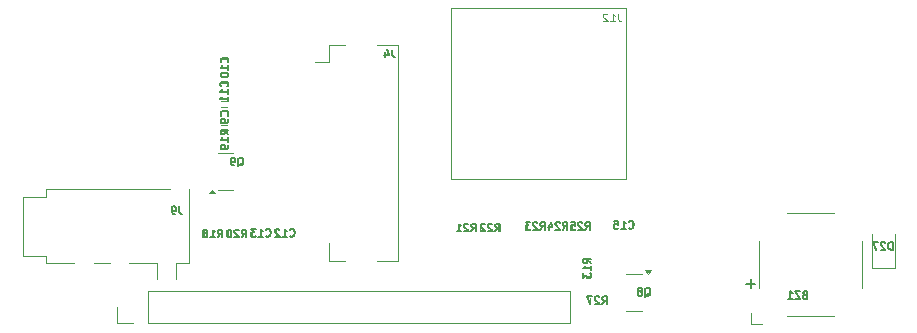
<source format=gbr>
%TF.GenerationSoftware,KiCad,Pcbnew,8.0.5-8.0.5-0~ubuntu22.04.1*%
%TF.CreationDate,2024-11-26T13:48:27+00:00*%
%TF.ProjectId,numcalcium,6e756d63-616c-4636-9975-6d2e6b696361,rev?*%
%TF.SameCoordinates,Original*%
%TF.FileFunction,Legend,Bot*%
%TF.FilePolarity,Positive*%
%FSLAX46Y46*%
G04 Gerber Fmt 4.6, Leading zero omitted, Abs format (unit mm)*
G04 Created by KiCad (PCBNEW 8.0.5-8.0.5-0~ubuntu22.04.1) date 2024-11-26 13:48:27*
%MOMM*%
%LPD*%
G01*
G04 APERTURE LIST*
%ADD10C,0.150000*%
%ADD11C,0.100000*%
%ADD12C,0.120000*%
G04 APERTURE END LIST*
D10*
X48176285Y12148471D02*
X48396285Y12462757D01*
X48553428Y12148471D02*
X48553428Y12808471D01*
X48553428Y12808471D02*
X48301999Y12808471D01*
X48301999Y12808471D02*
X48239142Y12777042D01*
X48239142Y12777042D02*
X48207713Y12745614D01*
X48207713Y12745614D02*
X48176285Y12682757D01*
X48176285Y12682757D02*
X48176285Y12588471D01*
X48176285Y12588471D02*
X48207713Y12525614D01*
X48207713Y12525614D02*
X48239142Y12494185D01*
X48239142Y12494185D02*
X48301999Y12462757D01*
X48301999Y12462757D02*
X48553428Y12462757D01*
X47924856Y12745614D02*
X47893428Y12777042D01*
X47893428Y12777042D02*
X47830571Y12808471D01*
X47830571Y12808471D02*
X47673428Y12808471D01*
X47673428Y12808471D02*
X47610571Y12777042D01*
X47610571Y12777042D02*
X47579142Y12745614D01*
X47579142Y12745614D02*
X47547713Y12682757D01*
X47547713Y12682757D02*
X47547713Y12619900D01*
X47547713Y12619900D02*
X47579142Y12525614D01*
X47579142Y12525614D02*
X47956285Y12148471D01*
X47956285Y12148471D02*
X47547713Y12148471D01*
X46950571Y12808471D02*
X47264857Y12808471D01*
X47264857Y12808471D02*
X47296285Y12494185D01*
X47296285Y12494185D02*
X47264857Y12525614D01*
X47264857Y12525614D02*
X47202000Y12557042D01*
X47202000Y12557042D02*
X47044857Y12557042D01*
X47044857Y12557042D02*
X46982000Y12525614D01*
X46982000Y12525614D02*
X46950571Y12494185D01*
X46950571Y12494185D02*
X46919142Y12431328D01*
X46919142Y12431328D02*
X46919142Y12274185D01*
X46919142Y12274185D02*
X46950571Y12211328D01*
X46950571Y12211328D02*
X46982000Y12179900D01*
X46982000Y12179900D02*
X47044857Y12148471D01*
X47044857Y12148471D02*
X47202000Y12148471D01*
X47202000Y12148471D02*
X47264857Y12179900D01*
X47264857Y12179900D02*
X47296285Y12211328D01*
X21125285Y11642328D02*
X21156713Y11610900D01*
X21156713Y11610900D02*
X21250999Y11579471D01*
X21250999Y11579471D02*
X21313856Y11579471D01*
X21313856Y11579471D02*
X21408142Y11610900D01*
X21408142Y11610900D02*
X21470999Y11673757D01*
X21470999Y11673757D02*
X21502428Y11736614D01*
X21502428Y11736614D02*
X21533856Y11862328D01*
X21533856Y11862328D02*
X21533856Y11956614D01*
X21533856Y11956614D02*
X21502428Y12082328D01*
X21502428Y12082328D02*
X21470999Y12145185D01*
X21470999Y12145185D02*
X21408142Y12208042D01*
X21408142Y12208042D02*
X21313856Y12239471D01*
X21313856Y12239471D02*
X21250999Y12239471D01*
X21250999Y12239471D02*
X21156713Y12208042D01*
X21156713Y12208042D02*
X21125285Y12176614D01*
X20496713Y11579471D02*
X20873856Y11579471D01*
X20685285Y11579471D02*
X20685285Y12239471D01*
X20685285Y12239471D02*
X20748142Y12145185D01*
X20748142Y12145185D02*
X20810999Y12082328D01*
X20810999Y12082328D02*
X20873856Y12050900D01*
X20276714Y12239471D02*
X19868142Y12239471D01*
X19868142Y12239471D02*
X20088142Y11988042D01*
X20088142Y11988042D02*
X19993857Y11988042D01*
X19993857Y11988042D02*
X19931000Y11956614D01*
X19931000Y11956614D02*
X19899571Y11925185D01*
X19899571Y11925185D02*
X19868142Y11862328D01*
X19868142Y11862328D02*
X19868142Y11705185D01*
X19868142Y11705185D02*
X19899571Y11642328D01*
X19899571Y11642328D02*
X19931000Y11610900D01*
X19931000Y11610900D02*
X19993857Y11579471D01*
X19993857Y11579471D02*
X20182428Y11579471D01*
X20182428Y11579471D02*
X20245285Y11610900D01*
X20245285Y11610900D02*
X20276714Y11642328D01*
X53204257Y6503414D02*
X53267114Y6534842D01*
X53267114Y6534842D02*
X53329971Y6597700D01*
X53329971Y6597700D02*
X53424257Y6691985D01*
X53424257Y6691985D02*
X53487114Y6723414D01*
X53487114Y6723414D02*
X53549971Y6723414D01*
X53518542Y6566271D02*
X53581400Y6597700D01*
X53581400Y6597700D02*
X53644257Y6660557D01*
X53644257Y6660557D02*
X53675685Y6786271D01*
X53675685Y6786271D02*
X53675685Y7006271D01*
X53675685Y7006271D02*
X53644257Y7131985D01*
X53644257Y7131985D02*
X53581400Y7194842D01*
X53581400Y7194842D02*
X53518542Y7226271D01*
X53518542Y7226271D02*
X53392828Y7226271D01*
X53392828Y7226271D02*
X53329971Y7194842D01*
X53329971Y7194842D02*
X53267114Y7131985D01*
X53267114Y7131985D02*
X53235685Y7006271D01*
X53235685Y7006271D02*
X53235685Y6786271D01*
X53235685Y6786271D02*
X53267114Y6660557D01*
X53267114Y6660557D02*
X53329971Y6597700D01*
X53329971Y6597700D02*
X53392828Y6566271D01*
X53392828Y6566271D02*
X53518542Y6566271D01*
X52858542Y6943414D02*
X52921399Y6974842D01*
X52921399Y6974842D02*
X52952828Y7006271D01*
X52952828Y7006271D02*
X52984256Y7069128D01*
X52984256Y7069128D02*
X52984256Y7100557D01*
X52984256Y7100557D02*
X52952828Y7163414D01*
X52952828Y7163414D02*
X52921399Y7194842D01*
X52921399Y7194842D02*
X52858542Y7226271D01*
X52858542Y7226271D02*
X52732828Y7226271D01*
X52732828Y7226271D02*
X52669971Y7194842D01*
X52669971Y7194842D02*
X52638542Y7163414D01*
X52638542Y7163414D02*
X52607113Y7100557D01*
X52607113Y7100557D02*
X52607113Y7069128D01*
X52607113Y7069128D02*
X52638542Y7006271D01*
X52638542Y7006271D02*
X52669971Y6974842D01*
X52669971Y6974842D02*
X52732828Y6943414D01*
X52732828Y6943414D02*
X52858542Y6943414D01*
X52858542Y6943414D02*
X52921399Y6911985D01*
X52921399Y6911985D02*
X52952828Y6880557D01*
X52952828Y6880557D02*
X52984256Y6817700D01*
X52984256Y6817700D02*
X52984256Y6691985D01*
X52984256Y6691985D02*
X52952828Y6629128D01*
X52952828Y6629128D02*
X52921399Y6597700D01*
X52921399Y6597700D02*
X52858542Y6566271D01*
X52858542Y6566271D02*
X52732828Y6566271D01*
X52732828Y6566271D02*
X52669971Y6597700D01*
X52669971Y6597700D02*
X52638542Y6629128D01*
X52638542Y6629128D02*
X52607113Y6691985D01*
X52607113Y6691985D02*
X52607113Y6817700D01*
X52607113Y6817700D02*
X52638542Y6880557D01*
X52638542Y6880557D02*
X52669971Y6911985D01*
X52669971Y6911985D02*
X52732828Y6943414D01*
X66752628Y6662585D02*
X66658342Y6631157D01*
X66658342Y6631157D02*
X66626913Y6599728D01*
X66626913Y6599728D02*
X66595485Y6536871D01*
X66595485Y6536871D02*
X66595485Y6442585D01*
X66595485Y6442585D02*
X66626913Y6379728D01*
X66626913Y6379728D02*
X66658342Y6348300D01*
X66658342Y6348300D02*
X66721199Y6316871D01*
X66721199Y6316871D02*
X66972628Y6316871D01*
X66972628Y6316871D02*
X66972628Y6976871D01*
X66972628Y6976871D02*
X66752628Y6976871D01*
X66752628Y6976871D02*
X66689771Y6945442D01*
X66689771Y6945442D02*
X66658342Y6914014D01*
X66658342Y6914014D02*
X66626913Y6851157D01*
X66626913Y6851157D02*
X66626913Y6788300D01*
X66626913Y6788300D02*
X66658342Y6725442D01*
X66658342Y6725442D02*
X66689771Y6694014D01*
X66689771Y6694014D02*
X66752628Y6662585D01*
X66752628Y6662585D02*
X66972628Y6662585D01*
X66375485Y6976871D02*
X65935485Y6976871D01*
X65935485Y6976871D02*
X66375485Y6316871D01*
X66375485Y6316871D02*
X65935485Y6316871D01*
X65338342Y6316871D02*
X65715485Y6316871D01*
X65526914Y6316871D02*
X65526914Y6976871D01*
X65526914Y6976871D02*
X65589771Y6882585D01*
X65589771Y6882585D02*
X65652628Y6819728D01*
X65652628Y6819728D02*
X65715485Y6788300D01*
X62182266Y7980951D02*
X62182266Y7219047D01*
X62563219Y7599999D02*
X61801314Y7599999D01*
X46271285Y12148471D02*
X46491285Y12462757D01*
X46648428Y12148471D02*
X46648428Y12808471D01*
X46648428Y12808471D02*
X46396999Y12808471D01*
X46396999Y12808471D02*
X46334142Y12777042D01*
X46334142Y12777042D02*
X46302713Y12745614D01*
X46302713Y12745614D02*
X46271285Y12682757D01*
X46271285Y12682757D02*
X46271285Y12588471D01*
X46271285Y12588471D02*
X46302713Y12525614D01*
X46302713Y12525614D02*
X46334142Y12494185D01*
X46334142Y12494185D02*
X46396999Y12462757D01*
X46396999Y12462757D02*
X46648428Y12462757D01*
X46019856Y12745614D02*
X45988428Y12777042D01*
X45988428Y12777042D02*
X45925571Y12808471D01*
X45925571Y12808471D02*
X45768428Y12808471D01*
X45768428Y12808471D02*
X45705571Y12777042D01*
X45705571Y12777042D02*
X45674142Y12745614D01*
X45674142Y12745614D02*
X45642713Y12682757D01*
X45642713Y12682757D02*
X45642713Y12619900D01*
X45642713Y12619900D02*
X45674142Y12525614D01*
X45674142Y12525614D02*
X46051285Y12148471D01*
X46051285Y12148471D02*
X45642713Y12148471D01*
X45077000Y12588471D02*
X45077000Y12148471D01*
X45234142Y12839900D02*
X45391285Y12368471D01*
X45391285Y12368471D02*
X44982714Y12368471D01*
X17061285Y11513471D02*
X17281285Y11827757D01*
X17438428Y11513471D02*
X17438428Y12173471D01*
X17438428Y12173471D02*
X17186999Y12173471D01*
X17186999Y12173471D02*
X17124142Y12142042D01*
X17124142Y12142042D02*
X17092713Y12110614D01*
X17092713Y12110614D02*
X17061285Y12047757D01*
X17061285Y12047757D02*
X17061285Y11953471D01*
X17061285Y11953471D02*
X17092713Y11890614D01*
X17092713Y11890614D02*
X17124142Y11859185D01*
X17124142Y11859185D02*
X17186999Y11827757D01*
X17186999Y11827757D02*
X17438428Y11827757D01*
X16432713Y11513471D02*
X16809856Y11513471D01*
X16621285Y11513471D02*
X16621285Y12173471D01*
X16621285Y12173471D02*
X16684142Y12079185D01*
X16684142Y12079185D02*
X16746999Y12016328D01*
X16746999Y12016328D02*
X16809856Y11984900D01*
X16055571Y11890614D02*
X16118428Y11922042D01*
X16118428Y11922042D02*
X16149857Y11953471D01*
X16149857Y11953471D02*
X16181285Y12016328D01*
X16181285Y12016328D02*
X16181285Y12047757D01*
X16181285Y12047757D02*
X16149857Y12110614D01*
X16149857Y12110614D02*
X16118428Y12142042D01*
X16118428Y12142042D02*
X16055571Y12173471D01*
X16055571Y12173471D02*
X15929857Y12173471D01*
X15929857Y12173471D02*
X15867000Y12142042D01*
X15867000Y12142042D02*
X15835571Y12110614D01*
X15835571Y12110614D02*
X15804142Y12047757D01*
X15804142Y12047757D02*
X15804142Y12016328D01*
X15804142Y12016328D02*
X15835571Y11953471D01*
X15835571Y11953471D02*
X15867000Y11922042D01*
X15867000Y11922042D02*
X15929857Y11890614D01*
X15929857Y11890614D02*
X16055571Y11890614D01*
X16055571Y11890614D02*
X16118428Y11859185D01*
X16118428Y11859185D02*
X16149857Y11827757D01*
X16149857Y11827757D02*
X16181285Y11764900D01*
X16181285Y11764900D02*
X16181285Y11639185D01*
X16181285Y11639185D02*
X16149857Y11576328D01*
X16149857Y11576328D02*
X16118428Y11544900D01*
X16118428Y11544900D02*
X16055571Y11513471D01*
X16055571Y11513471D02*
X15929857Y11513471D01*
X15929857Y11513471D02*
X15867000Y11544900D01*
X15867000Y11544900D02*
X15835571Y11576328D01*
X15835571Y11576328D02*
X15804142Y11639185D01*
X15804142Y11639185D02*
X15804142Y11764900D01*
X15804142Y11764900D02*
X15835571Y11827757D01*
X15835571Y11827757D02*
X15867000Y11859185D01*
X15867000Y11859185D02*
X15929857Y11890614D01*
X19093285Y11513471D02*
X19313285Y11827757D01*
X19470428Y11513471D02*
X19470428Y12173471D01*
X19470428Y12173471D02*
X19218999Y12173471D01*
X19218999Y12173471D02*
X19156142Y12142042D01*
X19156142Y12142042D02*
X19124713Y12110614D01*
X19124713Y12110614D02*
X19093285Y12047757D01*
X19093285Y12047757D02*
X19093285Y11953471D01*
X19093285Y11953471D02*
X19124713Y11890614D01*
X19124713Y11890614D02*
X19156142Y11859185D01*
X19156142Y11859185D02*
X19218999Y11827757D01*
X19218999Y11827757D02*
X19470428Y11827757D01*
X18841856Y12110614D02*
X18810428Y12142042D01*
X18810428Y12142042D02*
X18747571Y12173471D01*
X18747571Y12173471D02*
X18590428Y12173471D01*
X18590428Y12173471D02*
X18527571Y12142042D01*
X18527571Y12142042D02*
X18496142Y12110614D01*
X18496142Y12110614D02*
X18464713Y12047757D01*
X18464713Y12047757D02*
X18464713Y11984900D01*
X18464713Y11984900D02*
X18496142Y11890614D01*
X18496142Y11890614D02*
X18873285Y11513471D01*
X18873285Y11513471D02*
X18464713Y11513471D01*
X18056142Y12173471D02*
X17993285Y12173471D01*
X17993285Y12173471D02*
X17930428Y12142042D01*
X17930428Y12142042D02*
X17899000Y12110614D01*
X17899000Y12110614D02*
X17867571Y12047757D01*
X17867571Y12047757D02*
X17836142Y11922042D01*
X17836142Y11922042D02*
X17836142Y11764900D01*
X17836142Y11764900D02*
X17867571Y11639185D01*
X17867571Y11639185D02*
X17899000Y11576328D01*
X17899000Y11576328D02*
X17930428Y11544900D01*
X17930428Y11544900D02*
X17993285Y11513471D01*
X17993285Y11513471D02*
X18056142Y11513471D01*
X18056142Y11513471D02*
X18119000Y11544900D01*
X18119000Y11544900D02*
X18150428Y11576328D01*
X18150428Y11576328D02*
X18181857Y11639185D01*
X18181857Y11639185D02*
X18213285Y11764900D01*
X18213285Y11764900D02*
X18213285Y11922042D01*
X18213285Y11922042D02*
X18181857Y12047757D01*
X18181857Y12047757D02*
X18150428Y12110614D01*
X18150428Y12110614D02*
X18119000Y12142042D01*
X18119000Y12142042D02*
X18056142Y12173471D01*
X51859285Y12312928D02*
X51890713Y12281500D01*
X51890713Y12281500D02*
X51984999Y12250071D01*
X51984999Y12250071D02*
X52047856Y12250071D01*
X52047856Y12250071D02*
X52142142Y12281500D01*
X52142142Y12281500D02*
X52204999Y12344357D01*
X52204999Y12344357D02*
X52236428Y12407214D01*
X52236428Y12407214D02*
X52267856Y12532928D01*
X52267856Y12532928D02*
X52267856Y12627214D01*
X52267856Y12627214D02*
X52236428Y12752928D01*
X52236428Y12752928D02*
X52204999Y12815785D01*
X52204999Y12815785D02*
X52142142Y12878642D01*
X52142142Y12878642D02*
X52047856Y12910071D01*
X52047856Y12910071D02*
X51984999Y12910071D01*
X51984999Y12910071D02*
X51890713Y12878642D01*
X51890713Y12878642D02*
X51859285Y12847214D01*
X51230713Y12250071D02*
X51607856Y12250071D01*
X51419285Y12250071D02*
X51419285Y12910071D01*
X51419285Y12910071D02*
X51482142Y12815785D01*
X51482142Y12815785D02*
X51544999Y12752928D01*
X51544999Y12752928D02*
X51607856Y12721500D01*
X50633571Y12910071D02*
X50947857Y12910071D01*
X50947857Y12910071D02*
X50979285Y12595785D01*
X50979285Y12595785D02*
X50947857Y12627214D01*
X50947857Y12627214D02*
X50885000Y12658642D01*
X50885000Y12658642D02*
X50727857Y12658642D01*
X50727857Y12658642D02*
X50665000Y12627214D01*
X50665000Y12627214D02*
X50633571Y12595785D01*
X50633571Y12595785D02*
X50602142Y12532928D01*
X50602142Y12532928D02*
X50602142Y12375785D01*
X50602142Y12375785D02*
X50633571Y12312928D01*
X50633571Y12312928D02*
X50665000Y12281500D01*
X50665000Y12281500D02*
X50727857Y12250071D01*
X50727857Y12250071D02*
X50885000Y12250071D01*
X50885000Y12250071D02*
X50947857Y12281500D01*
X50947857Y12281500D02*
X50979285Y12312928D01*
X38524285Y12021471D02*
X38744285Y12335757D01*
X38901428Y12021471D02*
X38901428Y12681471D01*
X38901428Y12681471D02*
X38649999Y12681471D01*
X38649999Y12681471D02*
X38587142Y12650042D01*
X38587142Y12650042D02*
X38555713Y12618614D01*
X38555713Y12618614D02*
X38524285Y12555757D01*
X38524285Y12555757D02*
X38524285Y12461471D01*
X38524285Y12461471D02*
X38555713Y12398614D01*
X38555713Y12398614D02*
X38587142Y12367185D01*
X38587142Y12367185D02*
X38649999Y12335757D01*
X38649999Y12335757D02*
X38901428Y12335757D01*
X38272856Y12618614D02*
X38241428Y12650042D01*
X38241428Y12650042D02*
X38178571Y12681471D01*
X38178571Y12681471D02*
X38021428Y12681471D01*
X38021428Y12681471D02*
X37958571Y12650042D01*
X37958571Y12650042D02*
X37927142Y12618614D01*
X37927142Y12618614D02*
X37895713Y12555757D01*
X37895713Y12555757D02*
X37895713Y12492900D01*
X37895713Y12492900D02*
X37927142Y12398614D01*
X37927142Y12398614D02*
X38304285Y12021471D01*
X38304285Y12021471D02*
X37895713Y12021471D01*
X37267142Y12021471D02*
X37644285Y12021471D01*
X37455714Y12021471D02*
X37455714Y12681471D01*
X37455714Y12681471D02*
X37518571Y12587185D01*
X37518571Y12587185D02*
X37581428Y12524328D01*
X37581428Y12524328D02*
X37644285Y12492900D01*
X17950528Y20236285D02*
X17636242Y20456285D01*
X17950528Y20613428D02*
X17290528Y20613428D01*
X17290528Y20613428D02*
X17290528Y20361999D01*
X17290528Y20361999D02*
X17321957Y20299142D01*
X17321957Y20299142D02*
X17353385Y20267713D01*
X17353385Y20267713D02*
X17416242Y20236285D01*
X17416242Y20236285D02*
X17510528Y20236285D01*
X17510528Y20236285D02*
X17573385Y20267713D01*
X17573385Y20267713D02*
X17604814Y20299142D01*
X17604814Y20299142D02*
X17636242Y20361999D01*
X17636242Y20361999D02*
X17636242Y20613428D01*
X17950528Y19607713D02*
X17950528Y19984856D01*
X17950528Y19796285D02*
X17290528Y19796285D01*
X17290528Y19796285D02*
X17384814Y19859142D01*
X17384814Y19859142D02*
X17447671Y19921999D01*
X17447671Y19921999D02*
X17479100Y19984856D01*
X17950528Y19293428D02*
X17950528Y19167714D01*
X17950528Y19167714D02*
X17919100Y19104857D01*
X17919100Y19104857D02*
X17887671Y19073428D01*
X17887671Y19073428D02*
X17793385Y19010571D01*
X17793385Y19010571D02*
X17667671Y18979142D01*
X17667671Y18979142D02*
X17416242Y18979142D01*
X17416242Y18979142D02*
X17353385Y19010571D01*
X17353385Y19010571D02*
X17321957Y19042000D01*
X17321957Y19042000D02*
X17290528Y19104857D01*
X17290528Y19104857D02*
X17290528Y19230571D01*
X17290528Y19230571D02*
X17321957Y19293428D01*
X17321957Y19293428D02*
X17353385Y19324857D01*
X17353385Y19324857D02*
X17416242Y19356285D01*
X17416242Y19356285D02*
X17573385Y19356285D01*
X17573385Y19356285D02*
X17636242Y19324857D01*
X17636242Y19324857D02*
X17667671Y19293428D01*
X17667671Y19293428D02*
X17699100Y19230571D01*
X17699100Y19230571D02*
X17699100Y19104857D01*
X17699100Y19104857D02*
X17667671Y19042000D01*
X17667671Y19042000D02*
X17636242Y19010571D01*
X17636242Y19010571D02*
X17573385Y18979142D01*
X74182028Y10472071D02*
X74182028Y11132071D01*
X74182028Y11132071D02*
X74024885Y11132071D01*
X74024885Y11132071D02*
X73930599Y11100642D01*
X73930599Y11100642D02*
X73867742Y11037785D01*
X73867742Y11037785D02*
X73836313Y10974928D01*
X73836313Y10974928D02*
X73804885Y10849214D01*
X73804885Y10849214D02*
X73804885Y10754928D01*
X73804885Y10754928D02*
X73836313Y10629214D01*
X73836313Y10629214D02*
X73867742Y10566357D01*
X73867742Y10566357D02*
X73930599Y10503500D01*
X73930599Y10503500D02*
X74024885Y10472071D01*
X74024885Y10472071D02*
X74182028Y10472071D01*
X73553456Y11069214D02*
X73522028Y11100642D01*
X73522028Y11100642D02*
X73459171Y11132071D01*
X73459171Y11132071D02*
X73302028Y11132071D01*
X73302028Y11132071D02*
X73239171Y11100642D01*
X73239171Y11100642D02*
X73207742Y11069214D01*
X73207742Y11069214D02*
X73176313Y11006357D01*
X73176313Y11006357D02*
X73176313Y10943500D01*
X73176313Y10943500D02*
X73207742Y10849214D01*
X73207742Y10849214D02*
X73584885Y10472071D01*
X73584885Y10472071D02*
X73176313Y10472071D01*
X72956314Y11132071D02*
X72516314Y11132071D01*
X72516314Y11132071D02*
X72799171Y10472071D01*
X17887671Y26332285D02*
X17919100Y26363713D01*
X17919100Y26363713D02*
X17950528Y26457999D01*
X17950528Y26457999D02*
X17950528Y26520856D01*
X17950528Y26520856D02*
X17919100Y26615142D01*
X17919100Y26615142D02*
X17856242Y26677999D01*
X17856242Y26677999D02*
X17793385Y26709428D01*
X17793385Y26709428D02*
X17667671Y26740856D01*
X17667671Y26740856D02*
X17573385Y26740856D01*
X17573385Y26740856D02*
X17447671Y26709428D01*
X17447671Y26709428D02*
X17384814Y26677999D01*
X17384814Y26677999D02*
X17321957Y26615142D01*
X17321957Y26615142D02*
X17290528Y26520856D01*
X17290528Y26520856D02*
X17290528Y26457999D01*
X17290528Y26457999D02*
X17321957Y26363713D01*
X17321957Y26363713D02*
X17353385Y26332285D01*
X17950528Y25703713D02*
X17950528Y26080856D01*
X17950528Y25892285D02*
X17290528Y25892285D01*
X17290528Y25892285D02*
X17384814Y25955142D01*
X17384814Y25955142D02*
X17447671Y26017999D01*
X17447671Y26017999D02*
X17479100Y26080856D01*
X17290528Y25295142D02*
X17290528Y25232285D01*
X17290528Y25232285D02*
X17321957Y25169428D01*
X17321957Y25169428D02*
X17353385Y25138000D01*
X17353385Y25138000D02*
X17416242Y25106571D01*
X17416242Y25106571D02*
X17541957Y25075142D01*
X17541957Y25075142D02*
X17699100Y25075142D01*
X17699100Y25075142D02*
X17824814Y25106571D01*
X17824814Y25106571D02*
X17887671Y25138000D01*
X17887671Y25138000D02*
X17919100Y25169428D01*
X17919100Y25169428D02*
X17950528Y25232285D01*
X17950528Y25232285D02*
X17950528Y25295142D01*
X17950528Y25295142D02*
X17919100Y25358000D01*
X17919100Y25358000D02*
X17887671Y25389428D01*
X17887671Y25389428D02*
X17824814Y25420857D01*
X17824814Y25420857D02*
X17699100Y25452285D01*
X17699100Y25452285D02*
X17541957Y25452285D01*
X17541957Y25452285D02*
X17416242Y25420857D01*
X17416242Y25420857D02*
X17353385Y25389428D01*
X17353385Y25389428D02*
X17321957Y25358000D01*
X17321957Y25358000D02*
X17290528Y25295142D01*
X17887671Y21826999D02*
X17919100Y21858427D01*
X17919100Y21858427D02*
X17950528Y21952713D01*
X17950528Y21952713D02*
X17950528Y22015570D01*
X17950528Y22015570D02*
X17919100Y22109856D01*
X17919100Y22109856D02*
X17856242Y22172713D01*
X17856242Y22172713D02*
X17793385Y22204142D01*
X17793385Y22204142D02*
X17667671Y22235570D01*
X17667671Y22235570D02*
X17573385Y22235570D01*
X17573385Y22235570D02*
X17447671Y22204142D01*
X17447671Y22204142D02*
X17384814Y22172713D01*
X17384814Y22172713D02*
X17321957Y22109856D01*
X17321957Y22109856D02*
X17290528Y22015570D01*
X17290528Y22015570D02*
X17290528Y21952713D01*
X17290528Y21952713D02*
X17321957Y21858427D01*
X17321957Y21858427D02*
X17353385Y21826999D01*
X17950528Y21512713D02*
X17950528Y21386999D01*
X17950528Y21386999D02*
X17919100Y21324142D01*
X17919100Y21324142D02*
X17887671Y21292713D01*
X17887671Y21292713D02*
X17793385Y21229856D01*
X17793385Y21229856D02*
X17667671Y21198427D01*
X17667671Y21198427D02*
X17416242Y21198427D01*
X17416242Y21198427D02*
X17353385Y21229856D01*
X17353385Y21229856D02*
X17321957Y21261285D01*
X17321957Y21261285D02*
X17290528Y21324142D01*
X17290528Y21324142D02*
X17290528Y21449856D01*
X17290528Y21449856D02*
X17321957Y21512713D01*
X17321957Y21512713D02*
X17353385Y21544142D01*
X17353385Y21544142D02*
X17416242Y21575570D01*
X17416242Y21575570D02*
X17573385Y21575570D01*
X17573385Y21575570D02*
X17636242Y21544142D01*
X17636242Y21544142D02*
X17667671Y21512713D01*
X17667671Y21512713D02*
X17699100Y21449856D01*
X17699100Y21449856D02*
X17699100Y21324142D01*
X17699100Y21324142D02*
X17667671Y21261285D01*
X17667671Y21261285D02*
X17636242Y21229856D01*
X17636242Y21229856D02*
X17573385Y21198427D01*
X17862271Y24300285D02*
X17893700Y24331713D01*
X17893700Y24331713D02*
X17925128Y24425999D01*
X17925128Y24425999D02*
X17925128Y24488856D01*
X17925128Y24488856D02*
X17893700Y24583142D01*
X17893700Y24583142D02*
X17830842Y24645999D01*
X17830842Y24645999D02*
X17767985Y24677428D01*
X17767985Y24677428D02*
X17642271Y24708856D01*
X17642271Y24708856D02*
X17547985Y24708856D01*
X17547985Y24708856D02*
X17422271Y24677428D01*
X17422271Y24677428D02*
X17359414Y24645999D01*
X17359414Y24645999D02*
X17296557Y24583142D01*
X17296557Y24583142D02*
X17265128Y24488856D01*
X17265128Y24488856D02*
X17265128Y24425999D01*
X17265128Y24425999D02*
X17296557Y24331713D01*
X17296557Y24331713D02*
X17327985Y24300285D01*
X17925128Y23671713D02*
X17925128Y24048856D01*
X17925128Y23860285D02*
X17265128Y23860285D01*
X17265128Y23860285D02*
X17359414Y23923142D01*
X17359414Y23923142D02*
X17422271Y23985999D01*
X17422271Y23985999D02*
X17453700Y24048856D01*
X17925128Y23043142D02*
X17925128Y23420285D01*
X17925128Y23231714D02*
X17265128Y23231714D01*
X17265128Y23231714D02*
X17359414Y23294571D01*
X17359414Y23294571D02*
X17422271Y23357428D01*
X17422271Y23357428D02*
X17453700Y23420285D01*
D11*
X50953284Y30458871D02*
X50953284Y29987442D01*
X50953284Y29987442D02*
X50984713Y29893157D01*
X50984713Y29893157D02*
X51047570Y29830300D01*
X51047570Y29830300D02*
X51141856Y29798871D01*
X51141856Y29798871D02*
X51204713Y29798871D01*
X50293284Y29798871D02*
X50670427Y29798871D01*
X50481856Y29798871D02*
X50481856Y30458871D01*
X50481856Y30458871D02*
X50544713Y30364585D01*
X50544713Y30364585D02*
X50607570Y30301728D01*
X50607570Y30301728D02*
X50670427Y30270300D01*
X50041856Y30396014D02*
X50010428Y30427442D01*
X50010428Y30427442D02*
X49947571Y30458871D01*
X49947571Y30458871D02*
X49790428Y30458871D01*
X49790428Y30458871D02*
X49727571Y30427442D01*
X49727571Y30427442D02*
X49696142Y30396014D01*
X49696142Y30396014D02*
X49664713Y30333157D01*
X49664713Y30333157D02*
X49664713Y30270300D01*
X49664713Y30270300D02*
X49696142Y30176014D01*
X49696142Y30176014D02*
X50073285Y29798871D01*
X50073285Y29798871D02*
X49664713Y29798871D01*
D10*
X18731857Y17546614D02*
X18794714Y17578042D01*
X18794714Y17578042D02*
X18857571Y17640900D01*
X18857571Y17640900D02*
X18951857Y17735185D01*
X18951857Y17735185D02*
X19014714Y17766614D01*
X19014714Y17766614D02*
X19077571Y17766614D01*
X19046142Y17609471D02*
X19109000Y17640900D01*
X19109000Y17640900D02*
X19171857Y17703757D01*
X19171857Y17703757D02*
X19203285Y17829471D01*
X19203285Y17829471D02*
X19203285Y18049471D01*
X19203285Y18049471D02*
X19171857Y18175185D01*
X19171857Y18175185D02*
X19109000Y18238042D01*
X19109000Y18238042D02*
X19046142Y18269471D01*
X19046142Y18269471D02*
X18920428Y18269471D01*
X18920428Y18269471D02*
X18857571Y18238042D01*
X18857571Y18238042D02*
X18794714Y18175185D01*
X18794714Y18175185D02*
X18763285Y18049471D01*
X18763285Y18049471D02*
X18763285Y17829471D01*
X18763285Y17829471D02*
X18794714Y17703757D01*
X18794714Y17703757D02*
X18857571Y17640900D01*
X18857571Y17640900D02*
X18920428Y17609471D01*
X18920428Y17609471D02*
X19046142Y17609471D01*
X18448999Y17609471D02*
X18323285Y17609471D01*
X18323285Y17609471D02*
X18260428Y17640900D01*
X18260428Y17640900D02*
X18228999Y17672328D01*
X18228999Y17672328D02*
X18166142Y17766614D01*
X18166142Y17766614D02*
X18134713Y17892328D01*
X18134713Y17892328D02*
X18134713Y18143757D01*
X18134713Y18143757D02*
X18166142Y18206614D01*
X18166142Y18206614D02*
X18197571Y18238042D01*
X18197571Y18238042D02*
X18260428Y18269471D01*
X18260428Y18269471D02*
X18386142Y18269471D01*
X18386142Y18269471D02*
X18448999Y18238042D01*
X18448999Y18238042D02*
X18480428Y18206614D01*
X18480428Y18206614D02*
X18511856Y18143757D01*
X18511856Y18143757D02*
X18511856Y17986614D01*
X18511856Y17986614D02*
X18480428Y17923757D01*
X18480428Y17923757D02*
X18448999Y17892328D01*
X18448999Y17892328D02*
X18386142Y17860900D01*
X18386142Y17860900D02*
X18260428Y17860900D01*
X18260428Y17860900D02*
X18197571Y17892328D01*
X18197571Y17892328D02*
X18166142Y17923757D01*
X18166142Y17923757D02*
X18134713Y17986614D01*
X40556285Y12021471D02*
X40776285Y12335757D01*
X40933428Y12021471D02*
X40933428Y12681471D01*
X40933428Y12681471D02*
X40681999Y12681471D01*
X40681999Y12681471D02*
X40619142Y12650042D01*
X40619142Y12650042D02*
X40587713Y12618614D01*
X40587713Y12618614D02*
X40556285Y12555757D01*
X40556285Y12555757D02*
X40556285Y12461471D01*
X40556285Y12461471D02*
X40587713Y12398614D01*
X40587713Y12398614D02*
X40619142Y12367185D01*
X40619142Y12367185D02*
X40681999Y12335757D01*
X40681999Y12335757D02*
X40933428Y12335757D01*
X40304856Y12618614D02*
X40273428Y12650042D01*
X40273428Y12650042D02*
X40210571Y12681471D01*
X40210571Y12681471D02*
X40053428Y12681471D01*
X40053428Y12681471D02*
X39990571Y12650042D01*
X39990571Y12650042D02*
X39959142Y12618614D01*
X39959142Y12618614D02*
X39927713Y12555757D01*
X39927713Y12555757D02*
X39927713Y12492900D01*
X39927713Y12492900D02*
X39959142Y12398614D01*
X39959142Y12398614D02*
X40336285Y12021471D01*
X40336285Y12021471D02*
X39927713Y12021471D01*
X39676285Y12618614D02*
X39644857Y12650042D01*
X39644857Y12650042D02*
X39582000Y12681471D01*
X39582000Y12681471D02*
X39424857Y12681471D01*
X39424857Y12681471D02*
X39362000Y12650042D01*
X39362000Y12650042D02*
X39330571Y12618614D01*
X39330571Y12618614D02*
X39299142Y12555757D01*
X39299142Y12555757D02*
X39299142Y12492900D01*
X39299142Y12492900D02*
X39330571Y12398614D01*
X39330571Y12398614D02*
X39707714Y12021471D01*
X39707714Y12021471D02*
X39299142Y12021471D01*
X49598685Y5849271D02*
X49818685Y6163557D01*
X49975828Y5849271D02*
X49975828Y6509271D01*
X49975828Y6509271D02*
X49724399Y6509271D01*
X49724399Y6509271D02*
X49661542Y6477842D01*
X49661542Y6477842D02*
X49630113Y6446414D01*
X49630113Y6446414D02*
X49598685Y6383557D01*
X49598685Y6383557D02*
X49598685Y6289271D01*
X49598685Y6289271D02*
X49630113Y6226414D01*
X49630113Y6226414D02*
X49661542Y6194985D01*
X49661542Y6194985D02*
X49724399Y6163557D01*
X49724399Y6163557D02*
X49975828Y6163557D01*
X49347256Y6446414D02*
X49315828Y6477842D01*
X49315828Y6477842D02*
X49252971Y6509271D01*
X49252971Y6509271D02*
X49095828Y6509271D01*
X49095828Y6509271D02*
X49032971Y6477842D01*
X49032971Y6477842D02*
X49001542Y6446414D01*
X49001542Y6446414D02*
X48970113Y6383557D01*
X48970113Y6383557D02*
X48970113Y6320700D01*
X48970113Y6320700D02*
X49001542Y6226414D01*
X49001542Y6226414D02*
X49378685Y5849271D01*
X49378685Y5849271D02*
X48970113Y5849271D01*
X48750114Y6509271D02*
X48310114Y6509271D01*
X48310114Y6509271D02*
X48592971Y5849271D01*
X48665728Y9339685D02*
X48351442Y9559685D01*
X48665728Y9716828D02*
X48005728Y9716828D01*
X48005728Y9716828D02*
X48005728Y9465399D01*
X48005728Y9465399D02*
X48037157Y9402542D01*
X48037157Y9402542D02*
X48068585Y9371113D01*
X48068585Y9371113D02*
X48131442Y9339685D01*
X48131442Y9339685D02*
X48225728Y9339685D01*
X48225728Y9339685D02*
X48288585Y9371113D01*
X48288585Y9371113D02*
X48320014Y9402542D01*
X48320014Y9402542D02*
X48351442Y9465399D01*
X48351442Y9465399D02*
X48351442Y9716828D01*
X48665728Y8711113D02*
X48665728Y9088256D01*
X48665728Y8899685D02*
X48005728Y8899685D01*
X48005728Y8899685D02*
X48100014Y8962542D01*
X48100014Y8962542D02*
X48162871Y9025399D01*
X48162871Y9025399D02*
X48194300Y9088256D01*
X48005728Y8491114D02*
X48005728Y8082542D01*
X48005728Y8082542D02*
X48257157Y8302542D01*
X48257157Y8302542D02*
X48257157Y8208257D01*
X48257157Y8208257D02*
X48288585Y8145400D01*
X48288585Y8145400D02*
X48320014Y8113971D01*
X48320014Y8113971D02*
X48382871Y8082542D01*
X48382871Y8082542D02*
X48540014Y8082542D01*
X48540014Y8082542D02*
X48602871Y8113971D01*
X48602871Y8113971D02*
X48634300Y8145400D01*
X48634300Y8145400D02*
X48665728Y8208257D01*
X48665728Y8208257D02*
X48665728Y8396828D01*
X48665728Y8396828D02*
X48634300Y8459685D01*
X48634300Y8459685D02*
X48602871Y8491114D01*
X31842999Y27413471D02*
X31842999Y26942042D01*
X31842999Y26942042D02*
X31874428Y26847757D01*
X31874428Y26847757D02*
X31937285Y26784900D01*
X31937285Y26784900D02*
X32031571Y26753471D01*
X32031571Y26753471D02*
X32094428Y26753471D01*
X31245857Y27193471D02*
X31245857Y26753471D01*
X31402999Y27444900D02*
X31560142Y26973471D01*
X31560142Y26973471D02*
X31151571Y26973471D01*
X23157285Y11642328D02*
X23188713Y11610900D01*
X23188713Y11610900D02*
X23282999Y11579471D01*
X23282999Y11579471D02*
X23345856Y11579471D01*
X23345856Y11579471D02*
X23440142Y11610900D01*
X23440142Y11610900D02*
X23502999Y11673757D01*
X23502999Y11673757D02*
X23534428Y11736614D01*
X23534428Y11736614D02*
X23565856Y11862328D01*
X23565856Y11862328D02*
X23565856Y11956614D01*
X23565856Y11956614D02*
X23534428Y12082328D01*
X23534428Y12082328D02*
X23502999Y12145185D01*
X23502999Y12145185D02*
X23440142Y12208042D01*
X23440142Y12208042D02*
X23345856Y12239471D01*
X23345856Y12239471D02*
X23282999Y12239471D01*
X23282999Y12239471D02*
X23188713Y12208042D01*
X23188713Y12208042D02*
X23157285Y12176614D01*
X22528713Y11579471D02*
X22905856Y11579471D01*
X22717285Y11579471D02*
X22717285Y12239471D01*
X22717285Y12239471D02*
X22780142Y12145185D01*
X22780142Y12145185D02*
X22842999Y12082328D01*
X22842999Y12082328D02*
X22905856Y12050900D01*
X22277285Y12176614D02*
X22245857Y12208042D01*
X22245857Y12208042D02*
X22183000Y12239471D01*
X22183000Y12239471D02*
X22025857Y12239471D01*
X22025857Y12239471D02*
X21963000Y12208042D01*
X21963000Y12208042D02*
X21931571Y12176614D01*
X21931571Y12176614D02*
X21900142Y12113757D01*
X21900142Y12113757D02*
X21900142Y12050900D01*
X21900142Y12050900D02*
X21931571Y11956614D01*
X21931571Y11956614D02*
X22308714Y11579471D01*
X22308714Y11579471D02*
X21900142Y11579471D01*
X44366285Y12148471D02*
X44586285Y12462757D01*
X44743428Y12148471D02*
X44743428Y12808471D01*
X44743428Y12808471D02*
X44491999Y12808471D01*
X44491999Y12808471D02*
X44429142Y12777042D01*
X44429142Y12777042D02*
X44397713Y12745614D01*
X44397713Y12745614D02*
X44366285Y12682757D01*
X44366285Y12682757D02*
X44366285Y12588471D01*
X44366285Y12588471D02*
X44397713Y12525614D01*
X44397713Y12525614D02*
X44429142Y12494185D01*
X44429142Y12494185D02*
X44491999Y12462757D01*
X44491999Y12462757D02*
X44743428Y12462757D01*
X44114856Y12745614D02*
X44083428Y12777042D01*
X44083428Y12777042D02*
X44020571Y12808471D01*
X44020571Y12808471D02*
X43863428Y12808471D01*
X43863428Y12808471D02*
X43800571Y12777042D01*
X43800571Y12777042D02*
X43769142Y12745614D01*
X43769142Y12745614D02*
X43737713Y12682757D01*
X43737713Y12682757D02*
X43737713Y12619900D01*
X43737713Y12619900D02*
X43769142Y12525614D01*
X43769142Y12525614D02*
X44146285Y12148471D01*
X44146285Y12148471D02*
X43737713Y12148471D01*
X43517714Y12808471D02*
X43109142Y12808471D01*
X43109142Y12808471D02*
X43329142Y12557042D01*
X43329142Y12557042D02*
X43234857Y12557042D01*
X43234857Y12557042D02*
X43172000Y12525614D01*
X43172000Y12525614D02*
X43140571Y12494185D01*
X43140571Y12494185D02*
X43109142Y12431328D01*
X43109142Y12431328D02*
X43109142Y12274185D01*
X43109142Y12274185D02*
X43140571Y12211328D01*
X43140571Y12211328D02*
X43172000Y12179900D01*
X43172000Y12179900D02*
X43234857Y12148471D01*
X43234857Y12148471D02*
X43423428Y12148471D01*
X43423428Y12148471D02*
X43486285Y12179900D01*
X43486285Y12179900D02*
X43517714Y12211328D01*
X13808999Y14128071D02*
X13808999Y13656642D01*
X13808999Y13656642D02*
X13840428Y13562357D01*
X13840428Y13562357D02*
X13903285Y13499500D01*
X13903285Y13499500D02*
X13997571Y13468071D01*
X13997571Y13468071D02*
X14060428Y13468071D01*
X13463285Y13468071D02*
X13337571Y13468071D01*
X13337571Y13468071D02*
X13274714Y13499500D01*
X13274714Y13499500D02*
X13243285Y13530928D01*
X13243285Y13530928D02*
X13180428Y13625214D01*
X13180428Y13625214D02*
X13148999Y13750928D01*
X13148999Y13750928D02*
X13148999Y14002357D01*
X13148999Y14002357D02*
X13180428Y14065214D01*
X13180428Y14065214D02*
X13211857Y14096642D01*
X13211857Y14096642D02*
X13274714Y14128071D01*
X13274714Y14128071D02*
X13400428Y14128071D01*
X13400428Y14128071D02*
X13463285Y14096642D01*
X13463285Y14096642D02*
X13494714Y14065214D01*
X13494714Y14065214D02*
X13526142Y14002357D01*
X13526142Y14002357D02*
X13526142Y13845214D01*
X13526142Y13845214D02*
X13494714Y13782357D01*
X13494714Y13782357D02*
X13463285Y13750928D01*
X13463285Y13750928D02*
X13400428Y13719500D01*
X13400428Y13719500D02*
X13274714Y13719500D01*
X13274714Y13719500D02*
X13211857Y13750928D01*
X13211857Y13750928D02*
X13180428Y13782357D01*
X13180428Y13782357D02*
X13148999Y13845214D01*
D12*
%TO.C,R25*%
X48487000Y12673064D02*
X48487000Y12218936D01*
X47017000Y12673064D02*
X47017000Y12218936D01*
%TO.C,C13*%
X21436000Y11615748D02*
X21436000Y12138252D01*
X19966000Y11615748D02*
X19966000Y12138252D01*
%TO.C,IPC2*%
X46890001Y4305289D02*
X46890001Y6965289D01*
X46890001Y4305289D02*
X11160001Y4305289D01*
X46890001Y6965289D02*
X11160001Y6965289D01*
X11160001Y4305289D02*
X11160001Y6965289D01*
X9890001Y4305289D02*
X8560001Y4305289D01*
X8560001Y4305289D02*
X8560001Y5635289D01*
%TO.C,Q8*%
X53463400Y8383200D02*
X53223400Y8713200D01*
X53703400Y8713200D01*
X53463400Y8383200D01*
G36*
X53463400Y8383200D02*
G01*
X53223400Y8713200D01*
X53703400Y8713200D01*
X53463400Y8383200D01*
G37*
X52950900Y5313200D02*
X52300900Y5313200D01*
X52950900Y8433200D02*
X52300900Y8433200D01*
X51650900Y5313200D02*
X52300900Y5313200D01*
X51650900Y8433200D02*
X52300900Y8433200D01*
%TO.C,BZ1*%
X71558400Y7200000D02*
X71558400Y11200000D01*
X69208400Y13550000D02*
X65208400Y13550000D01*
X65208400Y4850000D02*
X69208400Y4850000D01*
X63158400Y4150000D02*
X62158400Y4150000D01*
X62858400Y11200000D02*
X62858400Y7200000D01*
X62158400Y4150000D02*
X62158400Y5150000D01*
%TO.C,R24*%
X46582000Y12677047D02*
X46582000Y12222919D01*
X45112000Y12677047D02*
X45112000Y12222919D01*
%TO.C,R18*%
X17372000Y12038064D02*
X17372000Y11583936D01*
X15902000Y12038064D02*
X15902000Y11583936D01*
%TO.C,R20*%
X19404000Y12022064D02*
X19404000Y11567936D01*
X17934000Y12022064D02*
X17934000Y11567936D01*
%TO.C,C15*%
X52093800Y12808852D02*
X52093800Y12286348D01*
X50623800Y12808852D02*
X50623800Y12286348D01*
%TO.C,R21*%
X38835000Y12546064D02*
X38835000Y12091936D01*
X37365000Y12546064D02*
X37365000Y12091936D01*
%TO.C,R19*%
X17380136Y19026200D02*
X17834264Y19026200D01*
X17380136Y20496200D02*
X17834264Y20496200D01*
%TO.C,D27*%
X74366000Y8909600D02*
X74366000Y11769600D01*
X72446000Y8909600D02*
X74366000Y8909600D01*
X72446000Y11769600D02*
X72446000Y8909600D01*
%TO.C,C10*%
X17315548Y25122200D02*
X17838052Y25122200D01*
X17315548Y26592200D02*
X17838052Y26592200D01*
%TO.C,C9*%
X17853252Y21058200D02*
X17330748Y21058200D01*
X17853252Y22528200D02*
X17330748Y22528200D01*
%TO.C,C11*%
X17366348Y23090200D02*
X17888852Y23090200D01*
X17366348Y24560200D02*
X17888852Y24560200D01*
%TO.C,J12*%
D11*
X36834000Y16415200D02*
X51584000Y16415200D01*
X51584000Y30915200D01*
X36834000Y30915200D01*
X36834000Y16415200D01*
D12*
%TO.C,Q9*%
X16783600Y15228800D02*
X16303600Y15228800D01*
X16543600Y15558800D01*
X16783600Y15228800D01*
G36*
X16783600Y15228800D02*
G01*
X16303600Y15228800D01*
X16543600Y15558800D01*
X16783600Y15228800D01*
G37*
X18356100Y15508800D02*
X17706100Y15508800D01*
X18356100Y18628800D02*
X17706100Y18628800D01*
X17056100Y15508800D02*
X17706100Y15508800D01*
X17056100Y18628800D02*
X17706100Y18628800D01*
%TO.C,R22*%
X40740000Y12546064D02*
X40740000Y12091936D01*
X39270000Y12546064D02*
X39270000Y12091936D01*
%TO.C,R27*%
X50011000Y5919736D02*
X50011000Y6373864D01*
X48541000Y5919736D02*
X48541000Y6373864D01*
%TO.C,R13*%
X48604664Y8256600D02*
X48150536Y8256600D01*
X48604664Y9726600D02*
X48150536Y9726600D01*
%TO.C,J4*%
X32310000Y9510800D02*
X32310000Y27810800D01*
X32310000Y27810800D02*
X30570000Y27810800D01*
X30570000Y9510800D02*
X32310000Y9510800D01*
X27850000Y9510800D02*
X26510000Y9510800D01*
X27850000Y27810800D02*
X26510000Y27810800D01*
X26510000Y9510800D02*
X26510000Y11000800D01*
X26510000Y27810800D02*
X26510000Y26320800D01*
X25310000Y26320800D02*
X26510000Y26320800D01*
%TO.C,C12*%
X23468000Y11615748D02*
X23468000Y12138252D01*
X21998000Y11615748D02*
X21998000Y12138252D01*
%TO.C,R23*%
X44677000Y12673064D02*
X44677000Y12218936D01*
X43207000Y12673064D02*
X43207000Y12218936D01*
%TO.C,J9*%
X14625200Y9370200D02*
X14625200Y15570200D01*
X14625200Y9370200D02*
X13500200Y9370200D01*
X13500200Y7970200D02*
X13500200Y9370200D01*
X11950200Y7970200D02*
X11950200Y9370200D01*
X11950200Y9370200D02*
X9550200Y9370200D01*
X7900200Y9370200D02*
X6550200Y9370200D01*
X4900200Y9370200D02*
X2525200Y9370200D01*
X2525200Y9970200D02*
X2525200Y9370200D01*
X2525200Y15570200D02*
X13050200Y15570200D01*
X2525200Y15570200D02*
X2525200Y14970200D01*
X525200Y9970200D02*
X2525200Y9970200D01*
X525200Y14970200D02*
X2525200Y14970200D01*
X525200Y14970200D02*
X525200Y9970200D01*
%TD*%
M02*

</source>
